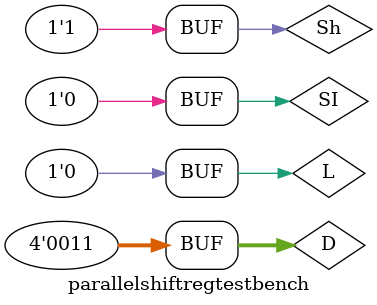
<source format=v>
module parallelshiftregtestbench();
reg clk=0;
reg L;
reg Sh;
reg SI;
reg [3:0] D=4'b1011;
wire [3:0] Q;

parallelshiftreg uut(
clk,L,Sh,SI,D,Q
);

always @(posedge clk)
    clk = !clk;

initial
begin
    D = 4'b1101; Sh = 0; L = 1; SI = 0; #5;
    Sh = 1; L = 0; #5;
    D = 4'b0011; Sh = 0; L = 1; #5;
    Sh = 1; L = 0; SI = 1; #5;
    SI = 0; #5;
end
endmodule

</source>
